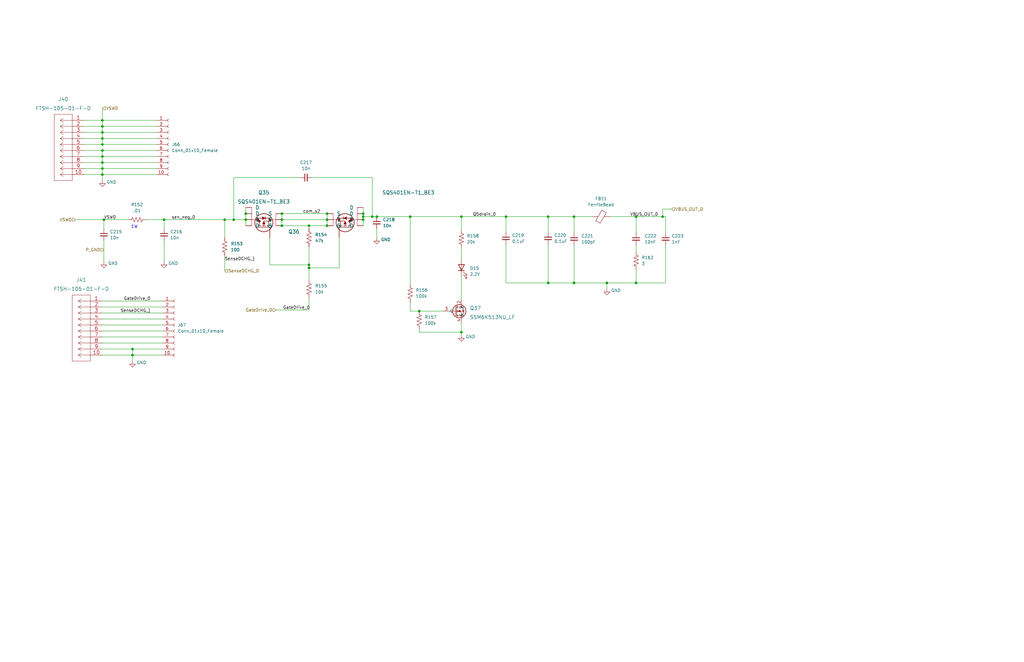
<source format=kicad_sch>
(kicad_sch (version 20230121) (generator eeschema)
  (paper "B")
  (lib_symbols
    (symbol "Connector:Conn_01x10_Female" (pin_names (offset 1.016) hide)
      (property "Reference" "J" (at 0 12.7 0))
      (property "Value" "Conn_01x10_Female" (at 0 -15.24 0))
      (symbol "Conn_01x10_Female_1_1"
        (arc (start 0 -12.192) (mid -0.5058 -12.7) (end 0 -13.208) (stroke (width 0.1524)))
        (arc (start 0 -9.652) (mid -0.5058 -10.16) (end 0 -10.668) (stroke (width 0.1524)))
        (arc (start 0 -7.112) (mid -0.5058 -7.62) (end 0 -8.128) (stroke (width 0.1524)))
        (arc (start 0 -4.572) (mid -0.5058 -5.08) (end 0 -5.588) (stroke (width 0.1524)))
        (arc (start 0 -2.032) (mid -0.5058 -2.54) (end 0 -3.048) (stroke (width 0.1524)))
        (polyline (pts (xy -1.27 -12.7) (xy -0.508 -12.7)) (stroke (width 0.1524)))
        (polyline (pts (xy -1.27 -10.16) (xy -0.508 -10.16)) (stroke (width 0.1524)))
        (polyline (pts (xy -1.27 -7.62) (xy -0.508 -7.62)) (stroke (width 0.1524)))
        (polyline (pts (xy -1.27 -5.08) (xy -0.508 -5.08)) (stroke (width 0.1524)))
        (polyline (pts (xy -1.27 -2.54) (xy -0.508 -2.54)) (stroke (width 0.1524)))
        (polyline (pts (xy -1.27 0) (xy -0.508 0)) (stroke (width 0.1524)))
        (polyline (pts (xy -1.27 2.54) (xy -0.508 2.54)) (stroke (width 0.1524)))
        (polyline (pts (xy -1.27 5.08) (xy -0.508 5.08)) (stroke (width 0.1524)))
        (polyline (pts (xy -1.27 7.62) (xy -0.508 7.62)) (stroke (width 0.1524)))
        (polyline (pts (xy -1.27 10.16) (xy -0.508 10.16)) (stroke (width 0.1524)))
        (arc (start 0 0.508) (mid -0.5058 0) (end 0 -0.508) (stroke (width 0.1524)))
        (arc (start 0 3.048) (mid -0.5058 2.54) (end 0 2.032) (stroke (width 0.1524)))
        (arc (start 0 5.588) (mid -0.5058 5.08) (end 0 4.572) (stroke (width 0.1524)))
        (arc (start 0 8.128) (mid -0.5058 7.62) (end 0 7.112) (stroke (width 0.1524)))
        (arc (start 0 10.668) (mid -0.5058 10.16) (end 0 9.652) (stroke (width 0.1524)))
        (pin passive line (at -5.08 10.16 0) (length 3.81) (name "Pin_1") (number "1"))
        (pin passive line (at -5.08 -12.7 0) (length 3.81) (name "Pin_10") (number "10"))
        (pin passive line (at -5.08 7.62 0) (length 3.81) (name "Pin_2") (number "2"))
        (pin passive line (at -5.08 5.08 0) (length 3.81) (name "Pin_3") (number "3"))
        (pin passive line (at -5.08 2.54 0) (length 3.81) (name "Pin_4") (number "4"))
        (pin passive line (at -5.08 0 0) (length 3.81) (name "Pin_5") (number "5"))
        (pin passive line (at -5.08 -2.54 0) (length 3.81) (name "Pin_6") (number "6"))
        (pin passive line (at -5.08 -5.08 0) (length 3.81) (name "Pin_7") (number "7"))
        (pin passive line (at -5.08 -7.62 0) (length 3.81) (name "Pin_8") (number "8"))
        (pin passive line (at -5.08 -10.16 0) (length 3.81) (name "Pin_9") (number "9"))
      )
    )
    (symbol "Connector:FTSH-105-01-F-D" (pin_names (offset 0.254) hide)
      (property "Reference" "J?" (at 8.89 6.35 0))
      (property "Value" "FTSH-105-01-F-D" (at 26.67 -6.35 0))
      (symbol "FTSH-105-01-F-D_1_1"
        (polyline (pts (xy 5.08 -25.4) (xy 12.7 -25.4)) (stroke (width 0.127)))
        (polyline (pts (xy 5.08 2.54) (xy 5.08 -25.4)) (stroke (width 0.127)))
        (polyline (pts (xy 10.16 -22.86) (xy 5.08 -22.86)) (stroke (width 0.127)))
        (polyline (pts (xy 10.16 -22.86) (xy 8.89 -23.6982)) (stroke (width 0.127)))
        (polyline (pts (xy 10.16 -22.86) (xy 8.89 -22.0218)) (stroke (width 0.127)))
        (polyline (pts (xy 10.16 -20.32) (xy 5.08 -20.32)) (stroke (width 0.127)))
        (polyline (pts (xy 10.16 -20.32) (xy 8.89 -21.1582)) (stroke (width 0.127)))
        (polyline (pts (xy 10.16 -20.32) (xy 8.89 -19.4818)) (stroke (width 0.127)))
        (polyline (pts (xy 10.16 -17.78) (xy 5.08 -17.78)) (stroke (width 0.127)))
        (polyline (pts (xy 10.16 -17.78) (xy 8.89 -18.6182)) (stroke (width 0.127)))
        (polyline (pts (xy 10.16 -17.78) (xy 8.89 -16.9418)) (stroke (width 0.127)))
        (polyline (pts (xy 10.16 -15.24) (xy 5.08 -15.24)) (stroke (width 0.127)))
        (polyline (pts (xy 10.16 -15.24) (xy 8.89 -16.0782)) (stroke (width 0.127)))
        (polyline (pts (xy 10.16 -15.24) (xy 8.89 -14.4018)) (stroke (width 0.127)))
        (polyline (pts (xy 10.16 -12.7) (xy 5.08 -12.7)) (stroke (width 0.127)))
        (polyline (pts (xy 10.16 -12.7) (xy 8.89 -13.5382)) (stroke (width 0.127)))
        (polyline (pts (xy 10.16 -12.7) (xy 8.89 -11.8618)) (stroke (width 0.127)))
        (polyline (pts (xy 10.16 -10.16) (xy 5.08 -10.16)) (stroke (width 0.127)))
        (polyline (pts (xy 10.16 -10.16) (xy 8.89 -10.9982)) (stroke (width 0.127)))
        (polyline (pts (xy 10.16 -10.16) (xy 8.89 -9.3218)) (stroke (width 0.127)))
        (polyline (pts (xy 10.16 -7.62) (xy 5.08 -7.62)) (stroke (width 0.127)))
        (polyline (pts (xy 10.16 -7.62) (xy 8.89 -8.4582)) (stroke (width 0.127)))
        (polyline (pts (xy 10.16 -7.62) (xy 8.89 -6.7818)) (stroke (width 0.127)))
        (polyline (pts (xy 10.16 -5.08) (xy 5.08 -5.08)) (stroke (width 0.127)))
        (polyline (pts (xy 10.16 -5.08) (xy 8.89 -5.9182)) (stroke (width 0.127)))
        (polyline (pts (xy 10.16 -5.08) (xy 8.89 -4.2418)) (stroke (width 0.127)))
        (polyline (pts (xy 10.16 -2.54) (xy 5.08 -2.54)) (stroke (width 0.127)))
        (polyline (pts (xy 10.16 -2.54) (xy 8.89 -3.3782)) (stroke (width 0.127)))
        (polyline (pts (xy 10.16 -2.54) (xy 8.89 -1.7018)) (stroke (width 0.127)))
        (polyline (pts (xy 10.16 0) (xy 5.08 0)) (stroke (width 0.127)))
        (polyline (pts (xy 10.16 0) (xy 8.89 -0.8382)) (stroke (width 0.127)))
        (polyline (pts (xy 10.16 0) (xy 8.89 0.8382)) (stroke (width 0.127)))
        (polyline (pts (xy 12.7 -25.4) (xy 12.7 2.54)) (stroke (width 0.127)))
        (polyline (pts (xy 12.7 2.54) (xy 5.08 2.54)) (stroke (width 0.127)))
        (pin unspecified line (at 0 0 0) (length 5.08) (name "1") (number "1"))
        (pin unspecified line (at 0 -22.86 0) (length 5.08) (name "10") (number "10"))
        (pin unspecified line (at 0 -2.54 0) (length 5.08) (name "2") (number "2"))
        (pin unspecified line (at 0 -5.08 0) (length 5.08) (name "3") (number "3"))
        (pin unspecified line (at 0 -7.62 0) (length 5.08) (name "4") (number "4"))
        (pin unspecified line (at 0 -10.16 0) (length 5.08) (name "5") (number "5"))
        (pin unspecified line (at 0 -12.7 0) (length 5.08) (name "6") (number "6"))
        (pin unspecified line (at 0 -15.24 0) (length 5.08) (name "7") (number "7"))
        (pin unspecified line (at 0 -17.78 0) (length 5.08) (name "8") (number "8"))
        (pin unspecified line (at 0 -20.32 0) (length 5.08) (name "9") (number "9"))
      )
    )
    (symbol "Device:C_Small" (pin_numbers hide) (pin_names (offset 0.254) hide)
      (property "Reference" "C" (at 0.254 1.778 0))
      (property "Value" "C_Small" (at 0.254 -2.032 0))
      (symbol "C_Small_0_1"
        (polyline (pts (xy -1.524 -0.508) (xy 1.524 -0.508)) (stroke (width 0.3302)))
        (polyline (pts (xy -1.524 0.508) (xy 1.524 0.508)) (stroke (width 0.3048)))
      )
      (symbol "C_Small_1_1"
        (pin passive line (at 0 2.54 270) (length 2.032) (name "~") (number "1"))
        (pin passive line (at 0 -2.54 90) (length 2.032) (name "~") (number "2"))
      )
    )
    (symbol "Device:FerriteBead" (pin_numbers hide) (pin_names (offset 0))
      (property "Reference" "FB" (at -3.81 0.635 90))
      (property "Value" "FerriteBead" (at 3.81 0 90))
      (symbol "FerriteBead_0_1"
        (polyline (pts (xy 0 -1.27) (xy 0 -1.2192)))
        (polyline (pts (xy 0 1.27) (xy 0 1.2954)))
        (polyline (pts (xy -2.7686 0.4064) (xy -1.7018 2.2606) (xy 2.7686 -0.3048) (xy 1.6764 -2.159) (xy -2.7686 0.4064)))
      )
      (symbol "FerriteBead_1_1"
        (pin passive line (at 0 3.81 270) (length 2.54) (name "~") (number "1"))
        (pin passive line (at 0 -3.81 90) (length 2.54) (name "~") (number "2"))
      )
    )
    (symbol "Device:LED" (pin_numbers hide) (pin_names (offset 1.016) hide)
      (property "Reference" "D" (at 0 2.54 0))
      (property "Value" "LED" (at 0 -2.54 0))
      (symbol "LED_0_1"
        (polyline (pts (xy -1.27 -1.27) (xy -1.27 1.27)) (stroke (width 0.254)))
        (polyline (pts (xy -1.27 0) (xy 1.27 0)))
        (polyline (pts (xy 1.27 -1.27) (xy 1.27 1.27) (xy -1.27 0) (xy 1.27 -1.27)) (stroke (width 0.254)))
        (polyline (pts (xy -3.048 -0.762) (xy -4.572 -2.286) (xy -3.81 -2.286) (xy -4.572 -2.286) (xy -4.572 -1.524)))
        (polyline (pts (xy -1.778 -0.762) (xy -3.302 -2.286) (xy -2.54 -2.286) (xy -3.302 -2.286) (xy -3.302 -1.524)))
      )
      (symbol "LED_1_1"
        (pin passive line (at -3.81 0 0) (length 2.54) (name "K") (number "1"))
        (pin passive line (at 3.81 0 180) (length 2.54) (name "A") (number "2"))
      )
    )
    (symbol "Device:R_US" (pin_numbers hide) (pin_names (offset 0))
      (property "Reference" "R" (at 2.54 0 90))
      (property "Value" "R_US" (at -2.54 0 90))
      (symbol "R_US_0_1"
        (polyline (pts (xy 0 -2.286) (xy 0 -2.54)))
        (polyline (pts (xy 0 2.286) (xy 0 2.54)))
        (polyline (pts (xy 0 -0.762) (xy 1.016 -1.143) (xy 0 -1.524) (xy -1.016 -1.905) (xy 0 -2.286)))
        (polyline (pts (xy 0 0.762) (xy 1.016 0.381) (xy 0 0) (xy -1.016 -0.381) (xy 0 -0.762)))
        (polyline (pts (xy 0 2.286) (xy 1.016 1.905) (xy 0 1.524) (xy -1.016 1.143) (xy 0 0.762)))
      )
      (symbol "R_US_1_1"
        (pin passive line (at 0 3.81 270) (length 1.27) (name "~") (number "1"))
        (pin passive line (at 0 -3.81 90) (length 1.27) (name "~") (number "2"))
      )
    )
    (symbol "Transistor_FET:SQS401EN-T1_BE3" (pin_numbers hide) (pin_names (offset 1.524))
      (property "Reference" "T" (at 16.51 -1.27 0))
      (property "Value" "SQS401EN-T1_BE3" (at 27.94 -7.62 0))
      (symbol "SQS401EN-T1_BE3_1_1"
        (polyline (pts (xy 2.54 0) (xy 4.445 0)) (stroke (width 0.2032)))
        (polyline (pts (xy 4.445 -5.08) (xy 4.445 0)) (stroke (width 0.2032)))
        (polyline (pts (xy 5.08 -7.62) (xy 12.7 -7.62)) (stroke (width 0.127)))
        (polyline (pts (xy 5.08 -5.08) (xy 5.08 -3.81)) (stroke (width 0.2032)))
        (polyline (pts (xy 5.08 -4.445) (xy 6.985 -4.445)) (stroke (width 0.2032)))
        (polyline (pts (xy 5.08 -3.175) (xy 5.08 -1.905)) (stroke (width 0.2032)))
        (polyline (pts (xy 5.08 -1.27) (xy 5.08 0)) (stroke (width 0.2032)))
        (polyline (pts (xy 5.08 -0.635) (xy 6.985 -0.635)) (stroke (width 0.2032)))
        (polyline (pts (xy 5.08 2.54) (xy 10.16 2.54)) (stroke (width 0.127)))
        (polyline (pts (xy 5.715 -2.54) (xy 5.08 -2.54)) (stroke (width 0.2032)))
        (polyline (pts (xy 6.985 -5.08) (xy 8.255 -5.08)) (stroke (width 0.2032)))
        (polyline (pts (xy 6.985 -4.445) (xy 6.985 -5.08)) (stroke (width 0.127)))
        (polyline (pts (xy 6.985 -0.635) (xy 6.985 -2.54)) (stroke (width 0.2032)))
        (polyline (pts (xy 6.985 -0.635) (xy 6.985 0)) (stroke (width 0.2032)))
        (polyline (pts (xy 6.985 0) (xy 8.255 0)) (stroke (width 0.2032)))
        (polyline (pts (xy 7.62 -7.62) (xy 7.62 -5.08)) (stroke (width 0.127)))
        (polyline (pts (xy 7.62 2.54) (xy 7.6454 0)) (stroke (width 0.127)))
        (polyline (pts (xy 8.255 -5.08) (xy 8.255 -3.175)) (stroke (width 0.2032)))
        (polyline (pts (xy 8.255 -1.905) (xy 8.255 0)) (stroke (width 0.2032)))
        (polyline (pts (xy 8.89 -1.905) (xy 7.62 -1.905)) (stroke (width 0.2032)))
        (polyline (pts (xy 5.715 -3.175) (xy 6.985 -2.54) (xy 5.715 -1.905) (xy 5.715 -3.175)) (stroke (width 0.0254)) (fill (type outline)))
        (polyline (pts (xy 8.89 -3.175) (xy 7.62 -3.175) (xy 8.255 -1.905) (xy 8.89 -3.175)) (stroke (width 0.0254)) (fill (type outline)))
        (circle (center 6.35 -2.54) (radius 3.81) (stroke (width 0.254)))
        (circle (center 6.985 -4.445) (radius 0.0254) (stroke (width 0.508)))
        (circle (center 7.62 -5.08) (radius 0.0254) (stroke (width 0.508)))
        (circle (center 7.62 0) (radius 0.0254) (stroke (width 0.508)))
        (pin unspecified line (at 5.08 5.08 270) (length 2.54) (name "S") (number "1"))
        (pin unspecified line (at 7.62 5.08 270) (length 2.54) (name "S") (number "2"))
        (pin unspecified line (at 10.16 5.08 270) (length 2.54) (name "S") (number "3"))
        (pin unspecified line (at 0 0 0) (length 2.54) (name "G") (number "4"))
        (pin unspecified line (at 5.08 -10.16 90) (length 2.54) (name "D") (number "5"))
        (pin unspecified line (at 7.62 -10.16 90) (length 2.54) (name "D") (number "6"))
        (pin unspecified line (at 10.16 -10.16 90) (length 2.54) (name "D") (number "7"))
        (pin unspecified line (at 12.7 -10.16 90) (length 2.54) (name "D") (number "8"))
      )
    )
    (symbol "Transistor_FET:SSM6K513NU_LF" (pin_names (offset 0.254))
      (property "Reference" "Q" (at 12.7 8.89 0))
      (property "Value" "SSM6K513NU_LF" (at 19.05 6.35 0))
      (symbol "SSM6K513NU_LF_0_1"
        (polyline (pts (xy 1.524 0) (xy -1.27 0)))
        (polyline (pts (xy 1.524 1.905) (xy 1.524 -1.905)) (stroke (width 0.254)))
        (polyline (pts (xy 2.032 -1.27) (xy 2.032 -2.286)) (stroke (width 0.254)))
        (polyline (pts (xy 2.032 0.508) (xy 2.032 -0.508)) (stroke (width 0.254)))
        (polyline (pts (xy 2.032 2.286) (xy 2.032 1.27)) (stroke (width 0.254)))
        (polyline (pts (xy 3.81 2.54) (xy 3.81 1.778)))
        (polyline (pts (xy 3.81 -2.54) (xy 3.81 0) (xy 2.032 0)))
        (polyline (pts (xy 2.032 -1.778) (xy 4.572 -1.778) (xy 4.572 1.778) (xy 2.032 1.778)))
        (polyline (pts (xy 2.286 0) (xy 3.302 0.381) (xy 3.302 -0.381) (xy 2.286 0)) (fill (type outline)))
        (polyline (pts (xy 4.064 0.508) (xy 4.191 0.381) (xy 4.953 0.381) (xy 5.08 0.254)))
        (polyline (pts (xy 4.572 0.381) (xy 4.191 -0.254) (xy 4.953 -0.254) (xy 4.572 0.381)))
        (circle (center 2.921 0) (radius 2.794) (stroke (width 0.254)))
        (circle (center 3.81 -1.778) (radius 0.254) (fill (type outline)))
        (circle (center 3.81 1.778) (radius 0.254) (fill (type outline)))
      )
      (symbol "SSM6K513NU_LF_1_1"
        (pin passive line (at 3.81 5.08 270) (length 2.54) hide (name "D") (number "1"))
        (pin passive line (at 3.81 5.08 270) (length 2.54) (name "D") (number "2"))
        (pin input line (at -3.81 0 0) (length 2.54) (name "G") (number "3"))
        (pin passive line (at 3.81 -5.08 90) (length 2.54) (name "S") (number "4"))
        (pin passive line (at 3.81 5.08 270) (length 2.54) hide (name "D") (number "5"))
        (pin passive line (at 3.81 5.08 270) (length 2.54) hide (name "D") (number "6"))
      )
    )
    (symbol "power:GND" (power) (pin_names (offset 0))
      (property "Value" "GND" (at 0 -3.81 0))
      (symbol "GND_0_1"
        (polyline (pts (xy 0 0) (xy 0 -1.27) (xy 1.27 -1.27) (xy 0 -2.54) (xy -1.27 -1.27) (xy 0 -1.27)))
      )
      (symbol "GND_1_1"
        (pin power_in line (at 0 0 270) (length 0) hide (name "GND") (number "1"))
      )
    )
  )
  (junction (at 130.302 111.76))
  (junction (at 255.905 119.38))
  (junction (at 153.162 92.71))
  (junction (at 231.14 119.38))
  (junction (at 242.062 91.44))
  (junction (at 43.18 58.42))
  (junction (at 194.564 140.208))
  (junction (at 43.18 55.88))
  (junction (at 98.552 92.71))
  (junction (at 118.872 95.25))
  (junction (at 137.922 90.17))
  (junction (at 43.18 50.8))
  (junction (at 55.88 149.86))
  (junction (at 158.877 91.44))
  (junction (at 268.224 119.38))
  (junction (at 153.162 91.44))
  (junction (at 194.564 91.44))
  (junction (at 279.4 91.44))
  (junction (at 43.18 53.34))
  (junction (at 118.872 90.17))
  (junction (at 43.18 60.96))
  (junction (at 176.784 131.318))
  (junction (at 118.872 92.71))
  (junction (at 137.922 95.25))
  (junction (at 69.215 92.71))
  (junction (at 103.632 90.17))
  (junction (at 43.18 73.66))
  (junction (at 130.302 95.25))
  (junction (at 103.632 92.71))
  (junction (at 43.18 71.12))
  (junction (at 156.972 91.44))
  (junction (at 43.18 66.04))
  (junction (at 43.18 63.5))
  (junction (at 172.9689 91.44))
  (junction (at 268.224 91.44))
  (junction (at 130.302 113.03))
  (junction (at 43.18 68.58))
  (junction (at 55.88 147.32))
  (junction (at 231.14 91.44))
  (junction (at 153.162 90.17))
  (junction (at 94.742 92.71))
  (junction (at 242.062 119.38))
  (junction (at 213.36 91.44))
  (junction (at 43.815 92.71))
  (junction (at 137.922 92.71))
  (wire (pts (xy 35.56 60.96) (xy 43.18 60.96)))
  (wire (pts (xy 113.792 100.33) (xy 113.792 111.76)))
  (wire (pts (xy 68.58 129.54) (xy 43.18 129.54)))
  (wire (pts (xy 213.36 98.044) (xy 213.36 91.44)))
  (wire (pts (xy 43.18 55.88) (xy 43.18 53.34)))
  (wire (pts (xy 194.564 104.648) (xy 194.564 109.093)))
  (wire (pts (xy 55.88 147.32) (xy 43.18 147.32)))
  (wire (pts (xy 153.162 91.44) (xy 156.972 91.44)))
  (wire (pts (xy 213.36 119.38) (xy 213.36 103.124)))
  (wire (pts (xy 255.905 119.38) (xy 268.224 119.38)))
  (wire (pts (xy 231.14 98.044) (xy 231.14 91.44)))
  (wire (pts (xy 66.04 53.34) (xy 43.18 53.34)))
  (wire (pts (xy 279.4 88.265) (xy 279.4 91.44)))
  (wire (pts (xy 31.75 92.71) (xy 43.815 92.71)))
  (wire (pts (xy 131.572 74.93) (xy 156.972 74.93)))
  (wire (pts (xy 43.18 71.12) (xy 43.18 73.66)))
  (wire (pts (xy 126.492 74.93) (xy 98.552 74.93)))
  (wire (pts (xy 43.18 73.66) (xy 35.56 73.66)))
  (wire (pts (xy 172.9689 91.44) (xy 194.564 91.44)))
  (wire (pts (xy 66.04 60.96) (xy 43.18 60.96)))
  (wire (pts (xy 242.062 119.38) (xy 255.905 119.38)))
  (wire (pts (xy 257.302 91.44) (xy 268.224 91.44)))
  (wire (pts (xy 176.784 131.318) (xy 186.944 131.318)))
  (wire (pts (xy 43.815 92.71) (xy 43.815 96.52)))
  (wire (pts (xy 35.56 68.58) (xy 43.18 68.58)))
  (wire (pts (xy 231.14 91.44) (xy 242.062 91.44)))
  (wire (pts (xy 137.922 92.71) (xy 137.922 95.25)))
  (wire (pts (xy 68.58 139.7) (xy 43.18 139.7)))
  (wire (pts (xy 194.564 91.44) (xy 194.564 97.028)))
  (wire (pts (xy 130.302 95.25) (xy 130.302 96.52)))
  (wire (pts (xy 268.224 119.38) (xy 280.67 119.38)))
  (wire (pts (xy 43.18 66.04) (xy 43.18 68.58)))
  (wire (pts (xy 130.302 113.03) (xy 143.002 113.03)))
  (wire (pts (xy 66.04 58.42) (xy 43.18 58.42)))
  (wire (pts (xy 68.58 147.32) (xy 55.88 147.32)))
  (wire (pts (xy 66.04 71.12) (xy 43.18 71.12)))
  (wire (pts (xy 35.56 63.5) (xy 43.18 63.5)))
  (wire (pts (xy 130.302 113.03) (xy 130.302 118.11)))
  (wire (pts (xy 143.002 100.33) (xy 143.002 113.03)))
  (wire (pts (xy 231.14 119.38) (xy 242.062 119.38)))
  (wire (pts (xy 194.564 116.713) (xy 194.564 126.238)))
  (wire (pts (xy 66.04 68.58) (xy 43.18 68.58)))
  (wire (pts (xy 53.975 92.71) (xy 43.815 92.71)))
  (wire (pts (xy 172.9689 114.3) (xy 172.974 119.888)))
  (wire (pts (xy 68.58 149.86) (xy 55.88 149.86)))
  (wire (pts (xy 35.56 58.42) (xy 43.18 58.42)))
  (wire (pts (xy 68.58 142.24) (xy 43.18 142.24)))
  (wire (pts (xy 130.302 104.14) (xy 130.302 111.76)))
  (wire (pts (xy 66.04 63.5) (xy 43.18 63.5)))
  (wire (pts (xy 153.162 87.63) (xy 153.162 90.17)))
  (wire (pts (xy 68.58 137.16) (xy 43.18 137.16)))
  (wire (pts (xy 103.632 92.71) (xy 103.632 95.25)))
  (wire (pts (xy 153.162 90.17) (xy 153.162 91.44)))
  (wire (pts (xy 158.8769 100.4507) (xy 158.877 96.52)))
  (wire (pts (xy 156.972 74.93) (xy 156.972 91.44)))
  (wire (pts (xy 103.632 90.17) (xy 103.632 92.71)))
  (wire (pts (xy 172.974 127.508) (xy 172.974 131.318)))
  (wire (pts (xy 118.872 90.17) (xy 118.872 92.71)))
  (wire (pts (xy 98.552 92.71) (xy 103.632 92.71)))
  (wire (pts (xy 130.302 95.25) (xy 137.922 95.25)))
  (wire (pts (xy 66.04 55.88) (xy 43.18 55.88)))
  (wire (pts (xy 43.18 58.42) (xy 43.18 55.88)))
  (wire (pts (xy 118.872 95.25) (xy 130.302 95.25)))
  (wire (pts (xy 280.67 91.44) (xy 279.4 91.44)))
  (wire (pts (xy 158.877 91.44) (xy 172.9689 91.44)))
  (wire (pts (xy 43.18 132.08) (xy 68.58 132.08)))
  (wire (pts (xy 242.062 91.44) (xy 242.062 98.298)))
  (wire (pts (xy 194.564 140.208) (xy 194.564 141.478)))
  (wire (pts (xy 69.215 101.6) (xy 69.215 110.49)))
  (wire (pts (xy 255.905 121.92) (xy 255.905 119.38)))
  (wire (pts (xy 213.36 119.38) (xy 231.14 119.38)))
  (wire (pts (xy 66.04 66.04) (xy 43.18 66.04)))
  (wire (pts (xy 35.56 66.04) (xy 43.18 66.04)))
  (wire (pts (xy 66.04 50.8) (xy 43.18 50.8)))
  (wire (pts (xy 118.872 92.71) (xy 118.872 95.25)))
  (wire (pts (xy 283.21 88.265) (xy 279.4 88.265)))
  (wire (pts (xy 116.332 130.81) (xy 130.302 130.81)))
  (wire (pts (xy 280.67 103.378) (xy 280.67 119.38)))
  (wire (pts (xy 176.784 140.208) (xy 194.564 140.208)))
  (wire (pts (xy 153.162 92.71) (xy 153.162 95.25)))
  (wire (pts (xy 172.9689 91.44) (xy 172.9689 114.3)))
  (wire (pts (xy 268.224 113.792) (xy 268.224 119.38)))
  (wire (pts (xy 194.564 136.398) (xy 194.564 140.208)))
  (wire (pts (xy 231.14 103.124) (xy 231.14 119.38)))
  (wire (pts (xy 55.88 149.86) (xy 43.18 149.86)))
  (wire (pts (xy 94.742 92.71) (xy 98.552 92.71)))
  (wire (pts (xy 94.742 114.3) (xy 94.742 107.95)))
  (wire (pts (xy 43.18 60.96) (xy 43.18 58.42)))
  (wire (pts (xy 153.162 91.44) (xy 153.162 92.71)))
  (wire (pts (xy 103.632 87.63) (xy 103.632 90.17)))
  (wire (pts (xy 43.18 53.34) (xy 43.18 50.8)))
  (wire (pts (xy 35.56 55.88) (xy 43.18 55.88)))
  (wire (pts (xy 69.215 96.52) (xy 69.215 92.71)))
  (wire (pts (xy 35.56 53.34) (xy 43.18 53.34)))
  (wire (pts (xy 43.18 68.58) (xy 43.18 71.12)))
  (wire (pts (xy 268.224 103.378) (xy 268.224 106.172)))
  (wire (pts (xy 68.58 134.62) (xy 43.18 134.62)))
  (wire (pts (xy 118.872 92.71) (xy 137.922 92.71)))
  (wire (pts (xy 213.36 91.44) (xy 231.14 91.44)))
  (wire (pts (xy 43.18 73.66) (xy 66.04 73.66)))
  (wire (pts (xy 268.224 91.44) (xy 279.4 91.44)))
  (wire (pts (xy 43.18 63.5) (xy 43.18 66.04)))
  (wire (pts (xy 268.224 98.298) (xy 268.224 91.44)))
  (wire (pts (xy 280.67 98.298) (xy 280.67 91.44)))
  (wire (pts (xy 130.302 125.73) (xy 130.302 130.81)))
  (wire (pts (xy 43.18 76.2) (xy 43.18 73.66)))
  (wire (pts (xy 43.815 101.6) (xy 43.815 110.49)))
  (wire (pts (xy 55.88 152.4) (xy 55.88 149.86)))
  (wire (pts (xy 98.552 74.93) (xy 98.552 92.71)))
  (wire (pts (xy 35.56 71.12) (xy 43.18 71.12)))
  (wire (pts (xy 68.58 144.78) (xy 43.18 144.78)))
  (wire (pts (xy 130.302 111.76) (xy 130.302 113.03)))
  (wire (pts (xy 61.595 92.71) (xy 69.215 92.71)))
  (wire (pts (xy 118.872 90.17) (xy 137.922 90.17)))
  (wire (pts (xy 43.18 50.8) (xy 35.56 50.8)))
  (wire (pts (xy 94.742 100.33) (xy 94.742 92.71)))
  (wire (pts (xy 156.972 91.44) (xy 158.877 91.44)))
  (wire (pts (xy 194.564 91.44) (xy 213.36 91.44)))
  (wire (pts (xy 176.784 138.938) (xy 176.784 140.208)))
  (wire (pts (xy 242.062 91.44) (xy 249.682 91.44)))
  (wire (pts (xy 242.062 103.378) (xy 242.062 119.38)))
  (wire (pts (xy 43.18 127) (xy 68.58 127)))
  (wire (pts (xy 43.18 45.72) (xy 43.18 50.8)))
  (wire (pts (xy 137.922 90.17) (xy 137.922 92.71)))
  (wire (pts (xy 172.974 131.318) (xy 176.784 131.318)))
  (wire (pts (xy 113.792 111.76) (xy 130.302 111.76)))
  (wire (pts (xy 55.88 147.32) (xy 55.88 149.86)))
  (wire (pts (xy 69.215 92.71) (xy 94.742 92.71)))
  (text "1W\n" (at 55.245 96.52 0) (effects (font (size 1.27 1.27)) (justify left bottom)))
  (label "SenseDCHG_)" (at 63.5 132.08 180))
  (label "GateDrive_0" (at 63.5 127 180))
  (label "Q5drain_0" (at 199.39 91.44 0))
  (label "VSW0" (at 43.815 92.71 0))
  (label "sen_neg_0" (at 72.39 92.71 0))
  (label "GateDrive_0" (at 119.3549 130.81 0))
  (label "com_s2" (at 127.762 90.17 0))
  (label "SenseDCHG_)" (at 94.742 110.2304 0))
  (label "VBUS_OUT_0" (at 265.684 91.44 0))
  (hierarchical_label "VSW0" (shape input) (at 43.18 45.72 0))
  (hierarchical_label "GateDrive_0" (shape input) (at 116.332 130.81 180))
  (hierarchical_label "VSW0" (shape input) (at 31.75 92.71 180))
  (hierarchical_label "P_GND" (shape input) (at 43.815 105.41 180))
  (hierarchical_label "VBUS_OUT_0" (shape input) (at 283.21 88.265 0))
  (hierarchical_label "SenseDCHG_0" (shape input) (at 94.742 114.3 0))
  (symbol (lib_id "Device:C_Small") (at 213.36 100.584 0) (unit 1)
    (property "Reference" "C219" (at 215.9 99.3202 0) (effects (justify left)))
    (property "Value" "0.1uF" (at 215.9 101.8602 0) (effects (justify left)))
    (property "Footprint" "Capacitor_SMD:C_0402_1005Metric" (effects hide))
    (property "MFG" "Murata Electronics" (effects hide))
    (property "Part Name" "GRM155R61H104ME14J" (effects hide))
    (property "MFG 2" "Yageo" (effects hide))
    (property "Part Name 2" "CC0402KRX5R9BB104" (effects hide))
  )
  (symbol (lib_id "Device:R_US") (at 57.785 92.71 90) (unit 1)
    (property "Reference" "R152" (at 57.785 86.36 90))
    (property "Value" ".01" (at 57.785 88.9 90))
    (property "Footprint" "Resistor_SMD:R_1206_3216Metric" (effects hide))
  )
  (symbol (lib_id "Transistor_FET:SQS401EN-T1_BE3") (at 143.002 100.33 90) (unit 1)
    (property "Reference" "Q36" (at 123.952 97.79 90) (effects (font (size 1.524 1.524))))
    (property "Value" "SQS401EN-T1_BE3" (at 172.212 81.28 90) (effects (font (size 1.524 1.524))))
    (property "Footprint" "Transistor_Power_Module:SQS401EN-T1_BE3" (effects hide))
  )
  (symbol (lib_id "Device:FerriteBead") (at 253.492 91.44 90) (unit 1)
    (property "Reference" "FB11" (at 253.4412 83.82 90))
    (property "Value" "FerriteBead" (at 253.4412 86.36 90))
    (property "Footprint" "Resistor_SMD:R_1210_3225Metric" (effects hide))
    (property "Part Name" "BLM31SN500SN1L" (effects hide))
    (property "MFG" "Murata" (effects hide))
  )
  (symbol (lib_id "Device:R_US") (at 130.302 100.33 0) (unit 1)
    (property "Reference" "R154" (at 132.842 99.0599 0) (effects (justify left)))
    (property "Value" "47k" (at 132.842 101.5999 0) (effects (justify left)))
    (property "Footprint" "Resistor_SMD:R_0402_1005Metric" (effects hide))
  )
  (symbol (lib_id "Device:C_Small") (at 43.815 99.06 0) (unit 1)
    (property "Reference" "C215" (at 46.355 97.7962 0) (effects (justify left)))
    (property "Value" "10n" (at 46.355 100.3362 0) (effects (justify left)))
    (property "Footprint" "Capacitor_SMD:C_0402_1005Metric" (effects hide))
  )
  (symbol (lib_id "Device:C_Small") (at 129.032 74.93 90) (unit 1)
    (property "Reference" "C217" (at 129.0383 68.58 90))
    (property "Value" "10n" (at 129.0383 71.12 90))
    (property "Footprint" "Capacitor_SMD:C_0402_1005Metric" (effects hide))
  )
  (symbol (lib_id "power:GND") (at 255.905 121.92 0) (unit 1)
    (property "Reference" "#PWR0325" (effects hide))
    (property "Value" "GND" (at 259.715 122.555 0))
  )
  (symbol (lib_id "Device:R_US") (at 172.974 123.698 0) (unit 1)
    (property "Reference" "R156" (at 175.26 122.4279 0) (effects (justify left)))
    (property "Value" "100k" (at 175.26 124.9679 0) (effects (justify left)))
    (property "Footprint" "Resistor_SMD:R_0402_1005Metric" (effects hide))
  )
  (symbol (lib_id "Connector:Conn_01x10_Female") (at 71.12 60.96 0) (unit 1)
    (property "Reference" "J66" (at 72.39 60.9599 0) (effects (justify left)))
    (property "Value" "Conn_01x10_Female" (at 72.39 63.4999 0) (effects (justify left)))
    (property "Footprint" "Connector_Samtec:CLP-105-02-L-D" (effects hide))
    (property "MFG" "Samtec" (effects hide))
    (property "Part Name" "CLP-105-02-L-D" (effects hide))
  )
  (symbol (lib_id "Device:C_Small") (at 69.215 99.06 0) (unit 1)
    (property "Reference" "C216" (at 71.755 97.7962 0) (effects (justify left)))
    (property "Value" "10n" (at 71.755 100.3362 0) (effects (justify left)))
    (property "Footprint" "Capacitor_SMD:C_0402_1005Metric" (effects hide))
  )
  (symbol (lib_id "power:GND") (at 194.564 141.478 0) (unit 1)
    (property "Reference" "#PWR0324" (effects hide))
    (property "Value" "GND" (at 198.374 142.113 0))
  )
  (symbol (lib_id "power:GND") (at 55.88 152.4 0) (unit 1)
    (property "Reference" "#PWR0328" (effects hide))
    (property "Value" "GND" (at 59.69 153.035 0))
  )
  (symbol (lib_id "Device:LED") (at 194.564 112.903 90) (unit 1)
    (property "Reference" "D15" (at 198.12 113.2204 90) (effects (justify right)))
    (property "Value" "2.2V" (at 198.12 115.7604 90) (effects (justify right)))
    (property "Footprint" "Resistor_SMD:R_0805_2012Metric" (effects hide))
  )
  (symbol (lib_id "Device:C_Small") (at 158.877 93.98 0) (unit 1)
    (property "Reference" "C218" (at 161.417 92.7162 0) (effects (justify left)))
    (property "Value" "10n" (at 161.417 95.2562 0) (effects (justify left)))
    (property "Footprint" "Capacitor_SMD:C_0402_1005Metric" (effects hide))
  )
  (symbol (lib_id "power:GND") (at 69.215 110.49 0) (unit 1)
    (property "Reference" "#PWR0322" (effects hide))
    (property "Value" "GND" (at 73.025 111.125 0))
  )
  (symbol (lib_id "power:GND") (at 158.8769 100.4507 0) (unit 1)
    (property "Reference" "#PWR0217" (effects hide))
    (property "Value" "GND" (at 162.6869 101.0857 0))
  )
  (symbol (lib_id "Connector:Conn_01x10_Female") (at 73.66 137.16 0) (unit 1)
    (property "Reference" "J67" (at 74.93 137.1599 0) (effects (justify left)))
    (property "Value" "Conn_01x10_Female" (at 74.93 139.6999 0) (effects (justify left)))
    (property "Footprint" "Connector_Samtec:CLP-105-02-L-D" (effects hide))
    (property "MFG" "Samtec" (effects hide))
    (property "Part Name" "CLP-105-02-L-D" (effects hide))
  )
  (symbol (lib_id "Device:R_US") (at 268.224 109.982 0) (unit 1)
    (property "Reference" "R162" (at 270.51 108.7119 0) (effects (justify left)))
    (property "Value" "3" (at 270.51 111.2519 0) (effects (justify left)))
    (property "Footprint" "Resistor_SMD:R_0603_1608Metric" (effects hide))
    (property "Part Name" "RT0603FRE073RL" (effects hide))
  )
  (symbol (lib_id "Transistor_FET:SQS401EN-T1_BE3") (at 113.792 100.33 270) (mirror x) (unit 1)
    (property "Reference" "Q35" (at 111.252 81.28 90) (effects (font (size 1.524 1.524))))
    (property "Value" "SQS401EN-T1_BE3" (at 111.252 85.09 90) (effects (font (size 1.524 1.524))))
    (property "Footprint" "Transistor_Power_Module:SQS401EN-T1_BE3" (effects hide))
  )
  (symbol (lib_id "Device:R_US") (at 130.302 121.92 0) (unit 1)
    (property "Reference" "R155" (at 132.842 120.6499 0) (effects (justify left)))
    (property "Value" "10k" (at 132.842 123.1899 0) (effects (justify left)))
    (property "Footprint" "Resistor_SMD:R_0402_1005Metric" (effects hide))
  )
  (symbol (lib_id "Device:R_US") (at 94.742 104.14 0) (unit 1)
    (property "Reference" "R153" (at 97.282 102.8699 0) (effects (justify left)))
    (property "Value" "100" (at 97.282 105.4099 0) (effects (justify left)))
    (property "Footprint" "Resistor_SMD:R_0805_2012Metric" (effects hide))
  )
  (symbol (lib_id "Device:R_US") (at 194.564 100.838 0) (unit 1)
    (property "Reference" "R158" (at 196.85 99.5679 0) (effects (justify left)))
    (property "Value" "20k" (at 196.85 102.1079 0) (effects (justify left)))
    (property "Footprint" "Resistor_SMD:R_0402_1005Metric" (effects hide))
  )
  (symbol (lib_id "power:GND") (at 43.18 76.2 0) (unit 1)
    (property "Reference" "#PWR0327" (effects hide))
    (property "Value" "GND" (at 46.99 76.835 0))
  )
  (symbol (lib_id "power:GND") (at 43.815 110.49 0) (unit 1)
    (property "Reference" "#PWR0323" (effects hide))
    (property "Value" "GND" (at 47.625 111.125 0))
  )
  (symbol (lib_id "Device:C_Small") (at 242.062 100.838 0) (unit 1)
    (property "Reference" "C221" (at 245.11 99.5742 0) (effects (justify left)))
    (property "Value" "100pF" (at 245.11 102.1142 0) (effects (justify left)))
    (property "Footprint" "Capacitor_SMD:C_0402_1005Metric" (effects hide))
    (property "MFG" "Murata Electronics" (effects hide))
    (property "Part Name" "GRT1555C1H101JA02D" (effects hide))
  )
  (symbol (lib_id "Connector:FTSH-105-01-F-D") (at 35.56 50.8 0) (mirror y) (unit 1)
    (property "Reference" "J40" (at 26.67 41.91 0) (effects (font (size 1.524 1.524))))
    (property "Value" "FTSH-105-01-F-D" (at 26.67 45.72 0) (effects (font (size 1.524 1.524))))
    (property "Footprint" "Connector_Samtec:FTSH-105-01-F-D" (effects hide))
  )
  (symbol (lib_id "Device:C_Small") (at 231.14 100.584 0) (unit 1)
    (property "Reference" "C220" (at 233.68 99.3202 0) (effects (justify left)))
    (property "Value" "0.1uF" (at 233.68 101.8602 0) (effects (justify left)))
    (property "Footprint" "Capacitor_SMD:C_0402_1005Metric" (effects hide))
    (property "MFG" "Murata Electronics" (effects hide))
    (property "Part Name" "GRM155R61H104ME14J" (effects hide))
    (property "MFG 2" "Yageo" (effects hide))
    (property "Part Name 2" "CC0402KRX5R9BB104" (effects hide))
  )
  (symbol (lib_id "Device:R_US") (at 176.784 135.128 0) (unit 1)
    (property "Reference" "R157" (at 179.07 133.8579 0) (effects (justify left)))
    (property "Value" "100k" (at 179.07 136.3979 0) (effects (justify left)))
    (property "Footprint" "Resistor_SMD:R_0402_1005Metric" (effects hide))
  )
  (symbol (lib_id "Transistor_FET:SSM6K513NU_LF") (at 190.754 131.318 0) (unit 1)
    (property "Reference" "Q37" (at 198.12 130.048 0) (effects (font (size 1.524 1.524)) (justify left)))
    (property "Value" "SSM6K513NU_LF" (at 198.12 133.858 0) (effects (font (size 1.524 1.524)) (justify left)))
    (property "Footprint" "Package_DFN_QFN:SSM6K513NU_LF" (effects hide))
  )
  (symbol (lib_id "Device:C_Small") (at 280.67 100.838 0) (unit 1)
    (property "Reference" "C223" (at 283.21 99.5742 0) (effects (justify left)))
    (property "Value" "1nF" (at 283.21 102.1142 0) (effects (justify left)))
    (property "Footprint" "Capacitor_SMD:C_0402_1005Metric" (effects hide))
    (property "MFG" "Murata Electronics" (effects hide))
    (property "Part Name" "GCM1555C1H102GA16J" (effects hide))
  )
  (symbol (lib_id "Device:C_Small") (at 268.224 100.838 0) (unit 1)
    (property "Reference" "C222" (at 271.78 99.5742 0) (effects (justify left)))
    (property "Value" "10nF" (at 271.78 102.1142 0) (effects (justify left)))
    (property "Footprint" "Capacitor_SMD:C_0402_1005Metric" (effects hide))
    (property "MFG" "Murata Electronics" (effects hide))
    (property "Part Name" "GRM1555CYA103GE01D" (effects hide))
  )
  (symbol (lib_id "Connector:FTSH-105-01-F-D") (at 43.18 127 0) (mirror y) (unit 1)
    (property "Reference" "J41" (at 34.29 118.11 0) (effects (font (size 1.524 1.524))))
    (property "Value" "FTSH-105-01-F-D" (at 34.29 121.92 0) (effects (font (size 1.524 1.524))))
    (property "Footprint" "Connector_Samtec:FTSH-105-01-F-D" (effects hide))
  )
)
</source>
